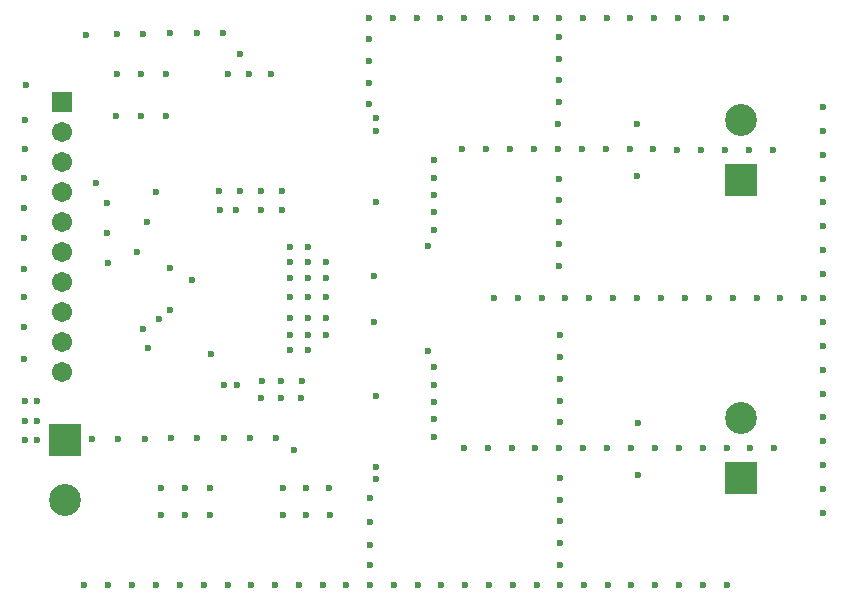
<source format=gbs>
G04*
G04 #@! TF.GenerationSoftware,Altium Limited,Altium Designer,24.10.1 (45)*
G04*
G04 Layer_Color=16711935*
%FSLAX44Y44*%
%MOMM*%
G71*
G04*
G04 #@! TF.SameCoordinates,D9CC4E6A-2C68-4F5F-81DB-F534FF38BD19*
G04*
G04*
G04 #@! TF.FilePolarity,Negative*
G04*
G01*
G75*
%ADD34C,1.7032*%
%ADD35R,1.7032X1.7032*%
%ADD36R,2.7032X2.7032*%
%ADD37C,2.7032*%
%ADD38C,0.6000*%
D34*
X48514Y242316D02*
D03*
Y267716D02*
D03*
Y394716D02*
D03*
Y369316D02*
D03*
Y343916D02*
D03*
Y318516D02*
D03*
Y293116D02*
D03*
Y191516D02*
D03*
Y216916D02*
D03*
D35*
Y420116D02*
D03*
D36*
X51308Y133350D02*
D03*
X623062Y101600D02*
D03*
Y353822D02*
D03*
D37*
X51308Y82550D02*
D03*
X623062Y152400D02*
D03*
Y404622D02*
D03*
D38*
X235936Y70034D02*
D03*
X255357D02*
D03*
X275268D02*
D03*
X274617Y93034D02*
D03*
X254706D02*
D03*
X235285D02*
D03*
X229657Y135382D02*
D03*
X207411D02*
D03*
X244799Y125222D02*
D03*
X185166Y135128D02*
D03*
X140675D02*
D03*
X162921D02*
D03*
X118430Y134874D02*
D03*
X73939D02*
D03*
X96184D02*
D03*
X195348Y328847D02*
D03*
X182140D02*
D03*
X185166Y180466D02*
D03*
X196168D02*
D03*
X234879Y328847D02*
D03*
X217080D02*
D03*
X251262Y184087D02*
D03*
X234233D02*
D03*
X234879Y344864D02*
D03*
X217080D02*
D03*
X181483D02*
D03*
X199282D02*
D03*
X250616Y169418D02*
D03*
X217850Y184087D02*
D03*
X217204Y169418D02*
D03*
X234233D02*
D03*
X611483Y10922D02*
D03*
X591257D02*
D03*
X571031D02*
D03*
X550805Y10922D02*
D03*
X530578D02*
D03*
X510352D02*
D03*
X490126D02*
D03*
X469900D02*
D03*
X450596D02*
D03*
X430370D02*
D03*
X410144D02*
D03*
X389917D02*
D03*
X369691D02*
D03*
X349465Y10922D02*
D03*
X329239D02*
D03*
X309013D02*
D03*
Y27940D02*
D03*
Y44450D02*
D03*
Y64676D02*
D03*
Y84902D02*
D03*
X288787Y10922D02*
D03*
X269483D02*
D03*
X249256D02*
D03*
X229030D02*
D03*
X208804D02*
D03*
X188578D02*
D03*
X168352Y10922D02*
D03*
X148126D02*
D03*
X127899D02*
D03*
X107673D02*
D03*
X87447Y10922D02*
D03*
X67221D02*
D03*
X692658Y71964D02*
D03*
Y92191D02*
D03*
Y112417D02*
D03*
Y132643D02*
D03*
Y152869D02*
D03*
Y173095D02*
D03*
Y193321D02*
D03*
Y213548D02*
D03*
Y233774D02*
D03*
Y254000D02*
D03*
Y274226D02*
D03*
X692658Y294452D02*
D03*
Y314678D02*
D03*
Y334905D02*
D03*
Y355131D02*
D03*
Y375357D02*
D03*
Y395583D02*
D03*
Y415809D02*
D03*
X610590Y490982D02*
D03*
X590364D02*
D03*
X570138D02*
D03*
X549912Y490982D02*
D03*
X529686D02*
D03*
X509459D02*
D03*
X489233D02*
D03*
X469007D02*
D03*
X449703D02*
D03*
X429477D02*
D03*
X409251D02*
D03*
X389025D02*
D03*
X368798D02*
D03*
X348572Y490982D02*
D03*
X328346D02*
D03*
X308120D02*
D03*
Y473456D02*
D03*
Y454754D02*
D03*
Y435798D02*
D03*
Y418111D02*
D03*
X225044Y443738D02*
D03*
X206756D02*
D03*
X188976D02*
D03*
X198882Y460756D02*
D03*
X136454Y443992D02*
D03*
X115570D02*
D03*
X94686D02*
D03*
X94559Y408432D02*
D03*
X115443D02*
D03*
X136327D02*
D03*
X536194Y148336D02*
D03*
Y104394D02*
D03*
X535432Y357632D02*
D03*
Y401574D02*
D03*
X314454Y406201D02*
D03*
Y395660D02*
D03*
X314315Y335649D02*
D03*
X173594Y70034D02*
D03*
Y93034D02*
D03*
X152710D02*
D03*
Y70034D02*
D03*
X131826D02*
D03*
Y93034D02*
D03*
X314198Y171341D02*
D03*
X314452Y111125D02*
D03*
Y100584D02*
D03*
X17454Y380492D02*
D03*
Y404876D02*
D03*
X184735Y478028D02*
D03*
X162814D02*
D03*
X140208D02*
D03*
X117348Y477419D02*
D03*
X94742D02*
D03*
X69088Y477019D02*
D03*
X17855Y433971D02*
D03*
X16002Y355346D02*
D03*
Y330454D02*
D03*
Y304844D02*
D03*
Y278892D02*
D03*
Y254508D02*
D03*
Y229108D02*
D03*
X16256Y201930D02*
D03*
X16764Y149872D02*
D03*
X27178Y166370D02*
D03*
Y149872D02*
D03*
Y133375D02*
D03*
X16764Y166370D02*
D03*
Y133375D02*
D03*
X76788Y351416D02*
D03*
X87219Y283609D02*
D03*
X86711Y309009D02*
D03*
Y334409D02*
D03*
X111760Y292862D02*
D03*
X120650Y318516D02*
D03*
X128270Y343762D02*
D03*
X116840Y227330D02*
D03*
X130302Y236363D02*
D03*
X139700Y243840D02*
D03*
Y279400D02*
D03*
X158750Y269308D02*
D03*
X241300Y297180D02*
D03*
X256730D02*
D03*
X241300Y209550D02*
D03*
X256730D02*
D03*
X241300Y222250D02*
D03*
X271780D02*
D03*
X256730D02*
D03*
X241300Y284480D02*
D03*
X271780D02*
D03*
X256730D02*
D03*
Y270564D02*
D03*
Y236812D02*
D03*
X271780Y254510D02*
D03*
X241300D02*
D03*
X414020Y254000D02*
D03*
X434246D02*
D03*
X454472D02*
D03*
X474698D02*
D03*
X494925D02*
D03*
X515151D02*
D03*
X535377D02*
D03*
X555603D02*
D03*
X575829D02*
D03*
X596056Y254000D02*
D03*
X616282D02*
D03*
X636508D02*
D03*
X656734D02*
D03*
X676960D02*
D03*
X651578Y127000D02*
D03*
X631352D02*
D03*
X611126D02*
D03*
X590900D02*
D03*
X570674D02*
D03*
X650308Y379222D02*
D03*
X630082D02*
D03*
X609856D02*
D03*
X589630D02*
D03*
X569404D02*
D03*
X470277Y101600D02*
D03*
Y83185D02*
D03*
X470277Y64770D02*
D03*
Y46355D02*
D03*
X469900Y27940D02*
D03*
X470277Y222250D02*
D03*
Y203835D02*
D03*
X470277Y185420D02*
D03*
Y167005D02*
D03*
X469900Y148590D02*
D03*
X469384Y355042D02*
D03*
Y336627D02*
D03*
X469384Y318212D02*
D03*
Y299797D02*
D03*
X469007Y281382D02*
D03*
X468630Y401320D02*
D03*
X469007Y419735D02*
D03*
Y438150D02*
D03*
X469007Y456565D02*
D03*
Y474980D02*
D03*
X174580Y206618D02*
D03*
X121111Y211756D02*
D03*
X363728Y195512D02*
D03*
Y180162D02*
D03*
Y165626D02*
D03*
Y151420D02*
D03*
Y136218D02*
D03*
X550447Y127000D02*
D03*
X530221D02*
D03*
X509995D02*
D03*
X489769D02*
D03*
X469543D02*
D03*
X449316D02*
D03*
X429090D02*
D03*
X408864D02*
D03*
X388638D02*
D03*
X387368Y380020D02*
D03*
X407594D02*
D03*
X427820D02*
D03*
X448046D02*
D03*
X468273D02*
D03*
X488499D02*
D03*
X508725D02*
D03*
X528951D02*
D03*
X549177D02*
D03*
X363728Y370802D02*
D03*
Y355600D02*
D03*
Y341394D02*
D03*
Y326858D02*
D03*
Y311508D02*
D03*
X358394Y209296D02*
D03*
X312674Y234010D02*
D03*
Y273010D02*
D03*
X358394Y297724D02*
D03*
X271780Y270564D02*
D03*
X256730Y254510D02*
D03*
X241300Y270564D02*
D03*
X271780Y236812D02*
D03*
X241300D02*
D03*
M02*

</source>
